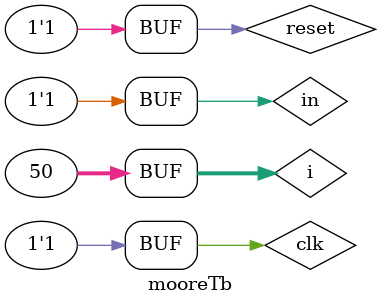
<source format=v>
`timescale 1ns/1ps

module mooreTb;

    reg in, clk, reset;
    reg [2:0] state;
    wire [2:0] out;
    integer i,j;

    mooreSM dat(.in(in),.clk(clk),.reset(reset),.out(out));

    initial begin
        $dumpfile("wave1.vcd");
        $dumpvars(0, mooreTb);

        clk = 1;
        reset = 0;
        in = 1;
        #1 reset = 1;
        for(i=0; i<50;i=i+1) begin
            #10 clk = ~clk;
        end
    end
    initial begin
        #15 in = 0;
        #50 in = 1;
        #100 reset = 0;
        #50 reset = 1;
        #100 in = 0;
        #50 in = 1;
    end

    always @(out,reset,in) begin
        state <= out-1;
        $monitor("state:%d\t\tout:%d\tin: %d     reset: %d",state,out,in,reset);
    end

endmodule
</source>
